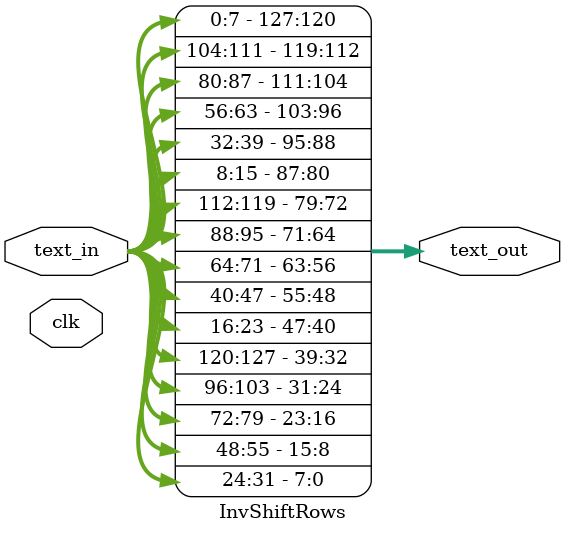
<source format=sv>
module InvShiftRows(
		input clk,
		input [0:127] text_in,
		output [0:127] text_out
);

	assign text_out = {text_in[0:7], text_in[104:111], text_in[80:87], text_in[56:63], 
							text_in[32:39], text_in[8:15], text_in[112:119], text_in[88:95],
							text_in[64:71], text_in[40:47], text_in[16:23], text_in[120:127],
							text_in[96:103], text_in[72:79], text_in[48:55], text_in[24:31]};


endmodule

</source>
